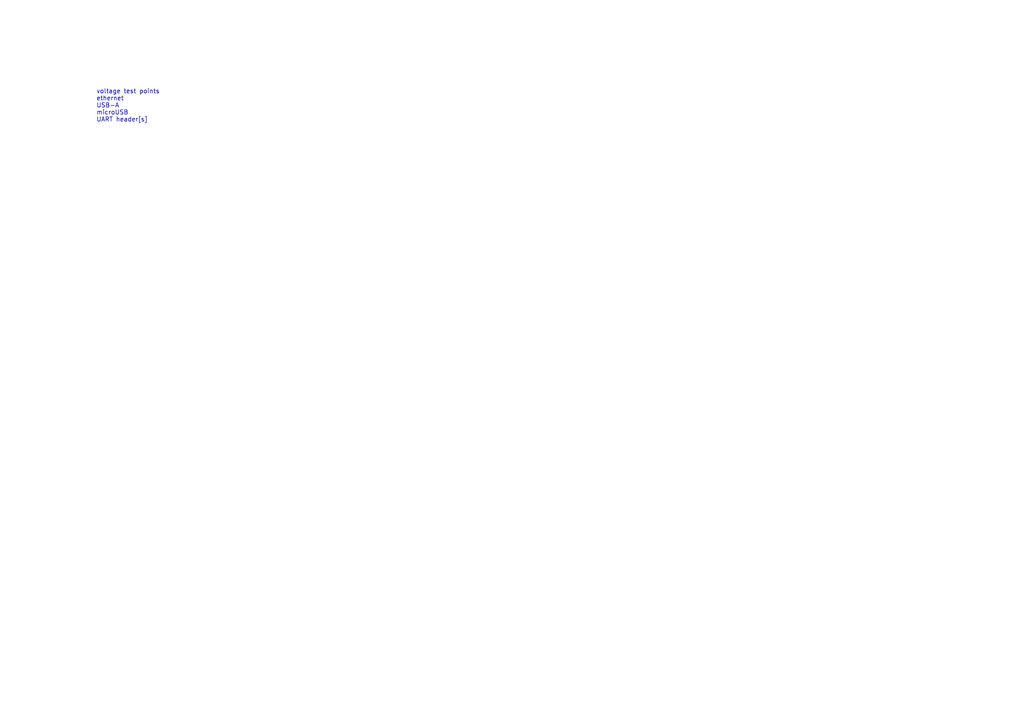
<source format=kicad_sch>
(kicad_sch (version 20211123) (generator eeschema)

  (uuid d1a5af92-c285-4dd0-b50d-bd4a69295b01)

  (paper "A4")

  (lib_symbols
  )


  (text "voltage test points\nethernet\nUSB-A\nmicroUSB\nUART header[s]"
    (at 27.94 35.56 0)
    (effects (font (size 1.27 1.27)) (justify left bottom))
    (uuid 8ceb6c42-1e01-4762-b40a-2b7b653bdb97)
  )
)

</source>
